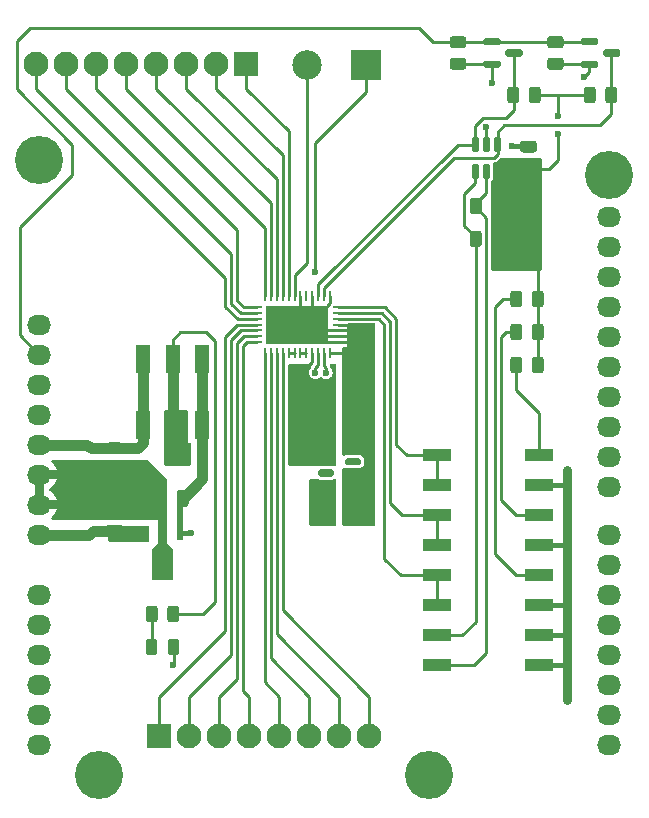
<source format=gtl>
G04 #@! TF.GenerationSoftware,KiCad,Pcbnew,6.0.2+dfsg-1*
G04 #@! TF.CreationDate,2024-05-29T15:52:29-06:00*
G04 #@! TF.ProjectId,ard-ltc2499,6172642d-6c74-4633-9234-39392e6b6963,rev?*
G04 #@! TF.SameCoordinates,Original*
G04 #@! TF.FileFunction,Copper,L1,Top*
G04 #@! TF.FilePolarity,Positive*
%FSLAX46Y46*%
G04 Gerber Fmt 4.6, Leading zero omitted, Abs format (unit mm)*
G04 Created by KiCad (PCBNEW 6.0.2+dfsg-1) date 2024-05-29 15:52:29*
%MOMM*%
%LPD*%
G01*
G04 APERTURE LIST*
G04 #@! TA.AperFunction,ComponentPad*
%ADD10O,2.032000X1.727200*%
G04 #@! TD*
G04 #@! TA.AperFunction,ComponentPad*
%ADD11C,4.064000*%
G04 #@! TD*
G04 #@! TA.AperFunction,SMDPad,CuDef*
%ADD12R,1.193800X2.489200*%
G04 #@! TD*
G04 #@! TA.AperFunction,SMDPad,CuDef*
%ADD13R,0.249200X0.804800*%
G04 #@! TD*
G04 #@! TA.AperFunction,SMDPad,CuDef*
%ADD14R,0.804800X0.249200*%
G04 #@! TD*
G04 #@! TA.AperFunction,SMDPad,CuDef*
%ADD15R,5.250000X3.250001*%
G04 #@! TD*
G04 #@! TA.AperFunction,ComponentPad*
%ADD16R,2.500000X2.500000*%
G04 #@! TD*
G04 #@! TA.AperFunction,ComponentPad*
%ADD17C,2.500000*%
G04 #@! TD*
G04 #@! TA.AperFunction,SMDPad,CuDef*
%ADD18R,2.440000X1.120000*%
G04 #@! TD*
G04 #@! TA.AperFunction,ComponentPad*
%ADD19R,2.100000X2.100000*%
G04 #@! TD*
G04 #@! TA.AperFunction,ComponentPad*
%ADD20C,2.100000*%
G04 #@! TD*
G04 #@! TA.AperFunction,SMDPad,CuDef*
%ADD21R,0.550000X1.300000*%
G04 #@! TD*
G04 #@! TA.AperFunction,ViaPad*
%ADD22C,0.600000*%
G04 #@! TD*
G04 #@! TA.AperFunction,Conductor*
%ADD23C,0.250000*%
G04 #@! TD*
G04 #@! TA.AperFunction,Conductor*
%ADD24C,0.889000*%
G04 #@! TD*
G04 #@! TA.AperFunction,Conductor*
%ADD25C,0.381000*%
G04 #@! TD*
G04 #@! TA.AperFunction,Conductor*
%ADD26C,0.762000*%
G04 #@! TD*
G04 #@! TA.AperFunction,Conductor*
%ADD27C,0.254000*%
G04 #@! TD*
G04 #@! TA.AperFunction,Conductor*
%ADD28C,0.508000*%
G04 #@! TD*
G04 APERTURE END LIST*
D10*
X122174000Y-92075000D03*
X122174000Y-94615000D03*
X122174000Y-97155000D03*
X122174000Y-99695000D03*
X122174000Y-102235000D03*
X122174000Y-104775000D03*
X122174000Y-107315000D03*
X122174000Y-109855000D03*
X122174000Y-114935000D03*
X122174000Y-117475000D03*
X122174000Y-120015000D03*
X122174000Y-122555000D03*
X122174000Y-125095000D03*
X122174000Y-127635000D03*
X170434000Y-82931000D03*
X170434000Y-85471000D03*
X170434000Y-88011000D03*
X170434000Y-90551000D03*
X170434000Y-93091000D03*
X170434000Y-95631000D03*
X170434000Y-98171000D03*
X170434000Y-100711000D03*
X170434000Y-103251000D03*
X170434000Y-105791000D03*
X170434000Y-109855000D03*
X170434000Y-112395000D03*
X170434000Y-114935000D03*
X170434000Y-117475000D03*
X170434000Y-120015000D03*
X170434000Y-122555000D03*
X170434000Y-125095000D03*
X170434000Y-127635000D03*
D11*
X122174000Y-78105000D03*
X127254000Y-130175000D03*
X170434000Y-79375000D03*
X155194000Y-130175000D03*
D12*
X130977000Y-100545900D03*
X133477000Y-100545900D03*
X135977000Y-100545900D03*
X130977000Y-95034100D03*
X133477000Y-95034100D03*
X135977000Y-95034100D03*
G04 #@! TA.AperFunction,SMDPad,CuDef*
G36*
G01*
X158595000Y-82486500D02*
X158595000Y-81586500D01*
G75*
G02*
X158845000Y-81336500I250000J0D01*
G01*
X159370000Y-81336500D01*
G75*
G02*
X159620000Y-81586500I0J-250000D01*
G01*
X159620000Y-82486500D01*
G75*
G02*
X159370000Y-82736500I-250000J0D01*
G01*
X158845000Y-82736500D01*
G75*
G02*
X158595000Y-82486500I0J250000D01*
G01*
G37*
G04 #@! TD.AperFunction*
G04 #@! TA.AperFunction,SMDPad,CuDef*
G36*
G01*
X160420000Y-82486500D02*
X160420000Y-81586500D01*
G75*
G02*
X160670000Y-81336500I250000J0D01*
G01*
X161195000Y-81336500D01*
G75*
G02*
X161445000Y-81586500I0J-250000D01*
G01*
X161445000Y-82486500D01*
G75*
G02*
X161195000Y-82736500I-250000J0D01*
G01*
X160670000Y-82736500D01*
G75*
G02*
X160420000Y-82486500I0J250000D01*
G01*
G37*
G04 #@! TD.AperFunction*
G04 #@! TA.AperFunction,SMDPad,CuDef*
G36*
G01*
X166312000Y-70513000D02*
X165412000Y-70513000D01*
G75*
G02*
X165162000Y-70263000I0J250000D01*
G01*
X165162000Y-69738000D01*
G75*
G02*
X165412000Y-69488000I250000J0D01*
G01*
X166312000Y-69488000D01*
G75*
G02*
X166562000Y-69738000I0J-250000D01*
G01*
X166562000Y-70263000D01*
G75*
G02*
X166312000Y-70513000I-250000J0D01*
G01*
G37*
G04 #@! TD.AperFunction*
G04 #@! TA.AperFunction,SMDPad,CuDef*
G36*
G01*
X166312000Y-68688000D02*
X165412000Y-68688000D01*
G75*
G02*
X165162000Y-68438000I0J250000D01*
G01*
X165162000Y-67913000D01*
G75*
G02*
X165412000Y-67663000I250000J0D01*
G01*
X166312000Y-67663000D01*
G75*
G02*
X166562000Y-67913000I0J-250000D01*
G01*
X166562000Y-68438000D01*
G75*
G02*
X166312000Y-68688000I-250000J0D01*
G01*
G37*
G04 #@! TD.AperFunction*
G04 #@! TA.AperFunction,SMDPad,CuDef*
G36*
G01*
X160820000Y-76172500D02*
X161120000Y-76172500D01*
G75*
G02*
X161270000Y-76322500I0J-150000D01*
G01*
X161270000Y-77347500D01*
G75*
G02*
X161120000Y-77497500I-150000J0D01*
G01*
X160820000Y-77497500D01*
G75*
G02*
X160670000Y-77347500I0J150000D01*
G01*
X160670000Y-76322500D01*
G75*
G02*
X160820000Y-76172500I150000J0D01*
G01*
G37*
G04 #@! TD.AperFunction*
G04 #@! TA.AperFunction,SMDPad,CuDef*
G36*
G01*
X159870000Y-76172500D02*
X160170000Y-76172500D01*
G75*
G02*
X160320000Y-76322500I0J-150000D01*
G01*
X160320000Y-77347500D01*
G75*
G02*
X160170000Y-77497500I-150000J0D01*
G01*
X159870000Y-77497500D01*
G75*
G02*
X159720000Y-77347500I0J150000D01*
G01*
X159720000Y-76322500D01*
G75*
G02*
X159870000Y-76172500I150000J0D01*
G01*
G37*
G04 #@! TD.AperFunction*
G04 #@! TA.AperFunction,SMDPad,CuDef*
G36*
G01*
X158920000Y-76172500D02*
X159220000Y-76172500D01*
G75*
G02*
X159370000Y-76322500I0J-150000D01*
G01*
X159370000Y-77347500D01*
G75*
G02*
X159220000Y-77497500I-150000J0D01*
G01*
X158920000Y-77497500D01*
G75*
G02*
X158770000Y-77347500I0J150000D01*
G01*
X158770000Y-76322500D01*
G75*
G02*
X158920000Y-76172500I150000J0D01*
G01*
G37*
G04 #@! TD.AperFunction*
G04 #@! TA.AperFunction,SMDPad,CuDef*
G36*
G01*
X158920000Y-78447500D02*
X159220000Y-78447500D01*
G75*
G02*
X159370000Y-78597500I0J-150000D01*
G01*
X159370000Y-79622500D01*
G75*
G02*
X159220000Y-79772500I-150000J0D01*
G01*
X158920000Y-79772500D01*
G75*
G02*
X158770000Y-79622500I0J150000D01*
G01*
X158770000Y-78597500D01*
G75*
G02*
X158920000Y-78447500I150000J0D01*
G01*
G37*
G04 #@! TD.AperFunction*
G04 #@! TA.AperFunction,SMDPad,CuDef*
G36*
G01*
X159870000Y-78447500D02*
X160170000Y-78447500D01*
G75*
G02*
X160320000Y-78597500I0J-150000D01*
G01*
X160320000Y-79622500D01*
G75*
G02*
X160170000Y-79772500I-150000J0D01*
G01*
X159870000Y-79772500D01*
G75*
G02*
X159720000Y-79622500I0J150000D01*
G01*
X159720000Y-78597500D01*
G75*
G02*
X159870000Y-78447500I150000J0D01*
G01*
G37*
G04 #@! TD.AperFunction*
G04 #@! TA.AperFunction,SMDPad,CuDef*
G36*
G01*
X160820000Y-78447500D02*
X161120000Y-78447500D01*
G75*
G02*
X161270000Y-78597500I0J-150000D01*
G01*
X161270000Y-79622500D01*
G75*
G02*
X161120000Y-79772500I-150000J0D01*
G01*
X160820000Y-79772500D01*
G75*
G02*
X160670000Y-79622500I0J150000D01*
G01*
X160670000Y-78597500D01*
G75*
G02*
X160820000Y-78447500I150000J0D01*
G01*
G37*
G04 #@! TD.AperFunction*
G04 #@! TA.AperFunction,SMDPad,CuDef*
G36*
G01*
X161770000Y-73094000D02*
X161770000Y-72194000D01*
G75*
G02*
X162020000Y-71944000I250000J0D01*
G01*
X162545000Y-71944000D01*
G75*
G02*
X162795000Y-72194000I0J-250000D01*
G01*
X162795000Y-73094000D01*
G75*
G02*
X162545000Y-73344000I-250000J0D01*
G01*
X162020000Y-73344000D01*
G75*
G02*
X161770000Y-73094000I0J250000D01*
G01*
G37*
G04 #@! TD.AperFunction*
G04 #@! TA.AperFunction,SMDPad,CuDef*
G36*
G01*
X163595000Y-73094000D02*
X163595000Y-72194000D01*
G75*
G02*
X163845000Y-71944000I250000J0D01*
G01*
X164370000Y-71944000D01*
G75*
G02*
X164620000Y-72194000I0J-250000D01*
G01*
X164620000Y-73094000D01*
G75*
G02*
X164370000Y-73344000I-250000J0D01*
G01*
X163845000Y-73344000D01*
G75*
G02*
X163595000Y-73094000I0J250000D01*
G01*
G37*
G04 #@! TD.AperFunction*
D13*
X146768000Y-89622600D03*
X146268001Y-89622600D03*
X145767999Y-89622600D03*
X145268000Y-89622600D03*
X144768001Y-89622600D03*
X144268000Y-89622600D03*
X143768000Y-89622600D03*
X143267999Y-89622600D03*
X142768000Y-89622600D03*
X142268001Y-89622600D03*
X141767999Y-89622600D03*
X141268000Y-89622600D03*
D14*
X140565599Y-90575000D03*
X140565599Y-91074999D03*
X140565599Y-91575001D03*
X140565599Y-92075000D03*
X140565599Y-92574999D03*
X140565599Y-93075001D03*
X140565599Y-93575000D03*
D13*
X141268000Y-94527400D03*
X141767999Y-94527400D03*
X142268001Y-94527400D03*
X142768000Y-94527400D03*
X143267999Y-94527400D03*
X143768000Y-94527400D03*
X144268000Y-94527400D03*
X144768001Y-94527400D03*
X145268000Y-94527400D03*
X145767999Y-94527400D03*
X146268001Y-94527400D03*
X146768000Y-94527400D03*
D14*
X147470401Y-93575000D03*
X147470401Y-93075001D03*
X147470401Y-92574999D03*
X147470401Y-92075000D03*
X147470401Y-91575001D03*
X147470401Y-91074999D03*
X147470401Y-90575000D03*
D15*
X144018000Y-92075000D03*
G04 #@! TA.AperFunction,SMDPad,CuDef*
G36*
G01*
X146124000Y-108552000D02*
X146124000Y-107602000D01*
G75*
G02*
X146374000Y-107352000I250000J0D01*
G01*
X146874000Y-107352000D01*
G75*
G02*
X147124000Y-107602000I0J-250000D01*
G01*
X147124000Y-108552000D01*
G75*
G02*
X146874000Y-108802000I-250000J0D01*
G01*
X146374000Y-108802000D01*
G75*
G02*
X146124000Y-108552000I0J250000D01*
G01*
G37*
G04 #@! TD.AperFunction*
G04 #@! TA.AperFunction,SMDPad,CuDef*
G36*
G01*
X148024000Y-108552000D02*
X148024000Y-107602000D01*
G75*
G02*
X148274000Y-107352000I250000J0D01*
G01*
X148774000Y-107352000D01*
G75*
G02*
X149024000Y-107602000I0J-250000D01*
G01*
X149024000Y-108552000D01*
G75*
G02*
X148774000Y-108802000I-250000J0D01*
G01*
X148274000Y-108802000D01*
G75*
G02*
X148024000Y-108552000I0J250000D01*
G01*
G37*
G04 #@! TD.AperFunction*
G04 #@! TA.AperFunction,SMDPad,CuDef*
G36*
G01*
X159742000Y-68288000D02*
X159742000Y-67988000D01*
G75*
G02*
X159892000Y-67838000I150000J0D01*
G01*
X161067000Y-67838000D01*
G75*
G02*
X161217000Y-67988000I0J-150000D01*
G01*
X161217000Y-68288000D01*
G75*
G02*
X161067000Y-68438000I-150000J0D01*
G01*
X159892000Y-68438000D01*
G75*
G02*
X159742000Y-68288000I0J150000D01*
G01*
G37*
G04 #@! TD.AperFunction*
G04 #@! TA.AperFunction,SMDPad,CuDef*
G36*
G01*
X159742000Y-70188000D02*
X159742000Y-69888000D01*
G75*
G02*
X159892000Y-69738000I150000J0D01*
G01*
X161067000Y-69738000D01*
G75*
G02*
X161217000Y-69888000I0J-150000D01*
G01*
X161217000Y-70188000D01*
G75*
G02*
X161067000Y-70338000I-150000J0D01*
G01*
X159892000Y-70338000D01*
G75*
G02*
X159742000Y-70188000I0J150000D01*
G01*
G37*
G04 #@! TD.AperFunction*
G04 #@! TA.AperFunction,SMDPad,CuDef*
G36*
G01*
X161617000Y-69238000D02*
X161617000Y-68938000D01*
G75*
G02*
X161767000Y-68788000I150000J0D01*
G01*
X162942000Y-68788000D01*
G75*
G02*
X163092000Y-68938000I0J-150000D01*
G01*
X163092000Y-69238000D01*
G75*
G02*
X162942000Y-69388000I-150000J0D01*
G01*
X161767000Y-69388000D01*
G75*
G02*
X161617000Y-69238000I0J150000D01*
G01*
G37*
G04 #@! TD.AperFunction*
G04 #@! TA.AperFunction,SMDPad,CuDef*
G36*
G01*
X164051000Y-79422500D02*
X163101000Y-79422500D01*
G75*
G02*
X162851000Y-79172500I0J250000D01*
G01*
X162851000Y-78672500D01*
G75*
G02*
X163101000Y-78422500I250000J0D01*
G01*
X164051000Y-78422500D01*
G75*
G02*
X164301000Y-78672500I0J-250000D01*
G01*
X164301000Y-79172500D01*
G75*
G02*
X164051000Y-79422500I-250000J0D01*
G01*
G37*
G04 #@! TD.AperFunction*
G04 #@! TA.AperFunction,SMDPad,CuDef*
G36*
G01*
X164051000Y-77522500D02*
X163101000Y-77522500D01*
G75*
G02*
X162851000Y-77272500I0J250000D01*
G01*
X162851000Y-76772500D01*
G75*
G02*
X163101000Y-76522500I250000J0D01*
G01*
X164051000Y-76522500D01*
G75*
G02*
X164301000Y-76772500I0J-250000D01*
G01*
X164301000Y-77272500D01*
G75*
G02*
X164051000Y-77522500I-250000J0D01*
G01*
G37*
G04 #@! TD.AperFunction*
D16*
X149819995Y-70104000D03*
D17*
X144819995Y-70104000D03*
G04 #@! TA.AperFunction,SMDPad,CuDef*
G36*
G01*
X158595000Y-85280500D02*
X158595000Y-84380500D01*
G75*
G02*
X158845000Y-84130500I250000J0D01*
G01*
X159370000Y-84130500D01*
G75*
G02*
X159620000Y-84380500I0J-250000D01*
G01*
X159620000Y-85280500D01*
G75*
G02*
X159370000Y-85530500I-250000J0D01*
G01*
X158845000Y-85530500D01*
G75*
G02*
X158595000Y-85280500I0J250000D01*
G01*
G37*
G04 #@! TD.AperFunction*
G04 #@! TA.AperFunction,SMDPad,CuDef*
G36*
G01*
X160420000Y-85280500D02*
X160420000Y-84380500D01*
G75*
G02*
X160670000Y-84130500I250000J0D01*
G01*
X161195000Y-84130500D01*
G75*
G02*
X161445000Y-84380500I0J-250000D01*
G01*
X161445000Y-85280500D01*
G75*
G02*
X161195000Y-85530500I-250000J0D01*
G01*
X160670000Y-85530500D01*
G75*
G02*
X160420000Y-85280500I0J250000D01*
G01*
G37*
G04 #@! TD.AperFunction*
G04 #@! TA.AperFunction,SMDPad,CuDef*
G36*
G01*
X158057000Y-70513000D02*
X157157000Y-70513000D01*
G75*
G02*
X156907000Y-70263000I0J250000D01*
G01*
X156907000Y-69738000D01*
G75*
G02*
X157157000Y-69488000I250000J0D01*
G01*
X158057000Y-69488000D01*
G75*
G02*
X158307000Y-69738000I0J-250000D01*
G01*
X158307000Y-70263000D01*
G75*
G02*
X158057000Y-70513000I-250000J0D01*
G01*
G37*
G04 #@! TD.AperFunction*
G04 #@! TA.AperFunction,SMDPad,CuDef*
G36*
G01*
X158057000Y-68688000D02*
X157157000Y-68688000D01*
G75*
G02*
X156907000Y-68438000I0J250000D01*
G01*
X156907000Y-67913000D01*
G75*
G02*
X157157000Y-67663000I250000J0D01*
G01*
X158057000Y-67663000D01*
G75*
G02*
X158307000Y-67913000I0J-250000D01*
G01*
X158307000Y-68438000D01*
G75*
G02*
X158057000Y-68688000I-250000J0D01*
G01*
G37*
G04 #@! TD.AperFunction*
G04 #@! TA.AperFunction,SMDPad,CuDef*
G36*
G01*
X128999000Y-110035000D02*
X128049000Y-110035000D01*
G75*
G02*
X127799000Y-109785000I0J250000D01*
G01*
X127799000Y-109285000D01*
G75*
G02*
X128049000Y-109035000I250000J0D01*
G01*
X128999000Y-109035000D01*
G75*
G02*
X129249000Y-109285000I0J-250000D01*
G01*
X129249000Y-109785000D01*
G75*
G02*
X128999000Y-110035000I-250000J0D01*
G01*
G37*
G04 #@! TD.AperFunction*
G04 #@! TA.AperFunction,SMDPad,CuDef*
G36*
G01*
X128999000Y-108135000D02*
X128049000Y-108135000D01*
G75*
G02*
X127799000Y-107885000I0J250000D01*
G01*
X127799000Y-107385000D01*
G75*
G02*
X128049000Y-107135000I250000J0D01*
G01*
X128999000Y-107135000D01*
G75*
G02*
X129249000Y-107385000I0J-250000D01*
G01*
X129249000Y-107885000D01*
G75*
G02*
X128999000Y-108135000I-250000J0D01*
G01*
G37*
G04 #@! TD.AperFunction*
D18*
X155842000Y-103124000D03*
X155842000Y-105664000D03*
X155842000Y-108204000D03*
X155842000Y-110744000D03*
X155842000Y-113284000D03*
X155842000Y-115824000D03*
X155842000Y-118364000D03*
X155842000Y-120904000D03*
X164452000Y-120904000D03*
X164452000Y-118364000D03*
X164452000Y-115824000D03*
X164452000Y-113284000D03*
X164452000Y-110744000D03*
X164452000Y-108204000D03*
X164452000Y-105664000D03*
X164452000Y-103124000D03*
D19*
X139700000Y-69977000D03*
D20*
X137160000Y-69977000D03*
X134620000Y-69977000D03*
X132080000Y-69977000D03*
X129540000Y-69977000D03*
X127000000Y-69977000D03*
X124460000Y-69977000D03*
X121920000Y-69977000D03*
D21*
X134088000Y-109767500D03*
G04 #@! TA.AperFunction,SMDPad,CuDef*
G36*
X131663000Y-113717500D02*
G01*
X131663000Y-111117500D01*
X132188000Y-110592500D01*
X132188000Y-109117500D01*
X132988000Y-109117500D01*
X132988000Y-110592500D01*
X133513000Y-111117500D01*
X133513000Y-113717500D01*
X131663000Y-113717500D01*
G37*
G04 #@! TD.AperFunction*
X131088000Y-109767500D03*
G04 #@! TA.AperFunction,SMDPad,CuDef*
G36*
G01*
X162024000Y-90366000D02*
X162024000Y-89466000D01*
G75*
G02*
X162274000Y-89216000I250000J0D01*
G01*
X162799000Y-89216000D01*
G75*
G02*
X163049000Y-89466000I0J-250000D01*
G01*
X163049000Y-90366000D01*
G75*
G02*
X162799000Y-90616000I-250000J0D01*
G01*
X162274000Y-90616000D01*
G75*
G02*
X162024000Y-90366000I0J250000D01*
G01*
G37*
G04 #@! TD.AperFunction*
G04 #@! TA.AperFunction,SMDPad,CuDef*
G36*
G01*
X163849000Y-90366000D02*
X163849000Y-89466000D01*
G75*
G02*
X164099000Y-89216000I250000J0D01*
G01*
X164624000Y-89216000D01*
G75*
G02*
X164874000Y-89466000I0J-250000D01*
G01*
X164874000Y-90366000D01*
G75*
G02*
X164624000Y-90616000I-250000J0D01*
G01*
X164099000Y-90616000D01*
G75*
G02*
X163849000Y-90366000I0J250000D01*
G01*
G37*
G04 #@! TD.AperFunction*
G04 #@! TA.AperFunction,SMDPad,CuDef*
G36*
G01*
X134013000Y-118923750D02*
X134013000Y-119836250D01*
G75*
G02*
X133769250Y-120080000I-243750J0D01*
G01*
X133281750Y-120080000D01*
G75*
G02*
X133038000Y-119836250I0J243750D01*
G01*
X133038000Y-118923750D01*
G75*
G02*
X133281750Y-118680000I243750J0D01*
G01*
X133769250Y-118680000D01*
G75*
G02*
X134013000Y-118923750I0J-243750D01*
G01*
G37*
G04 #@! TD.AperFunction*
G04 #@! TA.AperFunction,SMDPad,CuDef*
G36*
G01*
X132138000Y-118923750D02*
X132138000Y-119836250D01*
G75*
G02*
X131894250Y-120080000I-243750J0D01*
G01*
X131406750Y-120080000D01*
G75*
G02*
X131163000Y-119836250I0J243750D01*
G01*
X131163000Y-118923750D01*
G75*
G02*
X131406750Y-118680000I243750J0D01*
G01*
X131894250Y-118680000D01*
G75*
G02*
X132138000Y-118923750I0J-243750D01*
G01*
G37*
G04 #@! TD.AperFunction*
G04 #@! TA.AperFunction,SMDPad,CuDef*
G36*
G01*
X149374000Y-105448000D02*
X149374000Y-105748000D01*
G75*
G02*
X149224000Y-105898000I-150000J0D01*
G01*
X148199000Y-105898000D01*
G75*
G02*
X148049000Y-105748000I0J150000D01*
G01*
X148049000Y-105448000D01*
G75*
G02*
X148199000Y-105298000I150000J0D01*
G01*
X149224000Y-105298000D01*
G75*
G02*
X149374000Y-105448000I0J-150000D01*
G01*
G37*
G04 #@! TD.AperFunction*
G04 #@! TA.AperFunction,SMDPad,CuDef*
G36*
G01*
X149374000Y-104498000D02*
X149374000Y-104798000D01*
G75*
G02*
X149224000Y-104948000I-150000J0D01*
G01*
X148199000Y-104948000D01*
G75*
G02*
X148049000Y-104798000I0J150000D01*
G01*
X148049000Y-104498000D01*
G75*
G02*
X148199000Y-104348000I150000J0D01*
G01*
X149224000Y-104348000D01*
G75*
G02*
X149374000Y-104498000I0J-150000D01*
G01*
G37*
G04 #@! TD.AperFunction*
G04 #@! TA.AperFunction,SMDPad,CuDef*
G36*
G01*
X149374000Y-103548000D02*
X149374000Y-103848000D01*
G75*
G02*
X149224000Y-103998000I-150000J0D01*
G01*
X148199000Y-103998000D01*
G75*
G02*
X148049000Y-103848000I0J150000D01*
G01*
X148049000Y-103548000D01*
G75*
G02*
X148199000Y-103398000I150000J0D01*
G01*
X149224000Y-103398000D01*
G75*
G02*
X149374000Y-103548000I0J-150000D01*
G01*
G37*
G04 #@! TD.AperFunction*
G04 #@! TA.AperFunction,SMDPad,CuDef*
G36*
G01*
X147099000Y-103548000D02*
X147099000Y-103848000D01*
G75*
G02*
X146949000Y-103998000I-150000J0D01*
G01*
X145924000Y-103998000D01*
G75*
G02*
X145774000Y-103848000I0J150000D01*
G01*
X145774000Y-103548000D01*
G75*
G02*
X145924000Y-103398000I150000J0D01*
G01*
X146949000Y-103398000D01*
G75*
G02*
X147099000Y-103548000I0J-150000D01*
G01*
G37*
G04 #@! TD.AperFunction*
G04 #@! TA.AperFunction,SMDPad,CuDef*
G36*
G01*
X147099000Y-104498000D02*
X147099000Y-104798000D01*
G75*
G02*
X146949000Y-104948000I-150000J0D01*
G01*
X145924000Y-104948000D01*
G75*
G02*
X145774000Y-104798000I0J150000D01*
G01*
X145774000Y-104498000D01*
G75*
G02*
X145924000Y-104348000I150000J0D01*
G01*
X146949000Y-104348000D01*
G75*
G02*
X147099000Y-104498000I0J-150000D01*
G01*
G37*
G04 #@! TD.AperFunction*
G04 #@! TA.AperFunction,SMDPad,CuDef*
G36*
G01*
X147099000Y-105448000D02*
X147099000Y-105748000D01*
G75*
G02*
X146949000Y-105898000I-150000J0D01*
G01*
X145924000Y-105898000D01*
G75*
G02*
X145774000Y-105748000I0J150000D01*
G01*
X145774000Y-105448000D01*
G75*
G02*
X145924000Y-105298000I150000J0D01*
G01*
X146949000Y-105298000D01*
G75*
G02*
X147099000Y-105448000I0J-150000D01*
G01*
G37*
G04 #@! TD.AperFunction*
G04 #@! TA.AperFunction,SMDPad,CuDef*
G36*
G01*
X131163000Y-117036000D02*
X131163000Y-116136000D01*
G75*
G02*
X131413000Y-115886000I250000J0D01*
G01*
X131938000Y-115886000D01*
G75*
G02*
X132188000Y-116136000I0J-250000D01*
G01*
X132188000Y-117036000D01*
G75*
G02*
X131938000Y-117286000I-250000J0D01*
G01*
X131413000Y-117286000D01*
G75*
G02*
X131163000Y-117036000I0J250000D01*
G01*
G37*
G04 #@! TD.AperFunction*
G04 #@! TA.AperFunction,SMDPad,CuDef*
G36*
G01*
X132988000Y-117036000D02*
X132988000Y-116136000D01*
G75*
G02*
X133238000Y-115886000I250000J0D01*
G01*
X133763000Y-115886000D01*
G75*
G02*
X134013000Y-116136000I0J-250000D01*
G01*
X134013000Y-117036000D01*
G75*
G02*
X133763000Y-117286000I-250000J0D01*
G01*
X133238000Y-117286000D01*
G75*
G02*
X132988000Y-117036000I0J250000D01*
G01*
G37*
G04 #@! TD.AperFunction*
G04 #@! TA.AperFunction,SMDPad,CuDef*
G36*
G01*
X162024000Y-95954000D02*
X162024000Y-95054000D01*
G75*
G02*
X162274000Y-94804000I250000J0D01*
G01*
X162799000Y-94804000D01*
G75*
G02*
X163049000Y-95054000I0J-250000D01*
G01*
X163049000Y-95954000D01*
G75*
G02*
X162799000Y-96204000I-250000J0D01*
G01*
X162274000Y-96204000D01*
G75*
G02*
X162024000Y-95954000I0J250000D01*
G01*
G37*
G04 #@! TD.AperFunction*
G04 #@! TA.AperFunction,SMDPad,CuDef*
G36*
G01*
X163849000Y-95954000D02*
X163849000Y-95054000D01*
G75*
G02*
X164099000Y-94804000I250000J0D01*
G01*
X164624000Y-94804000D01*
G75*
G02*
X164874000Y-95054000I0J-250000D01*
G01*
X164874000Y-95954000D01*
G75*
G02*
X164624000Y-96204000I-250000J0D01*
G01*
X164099000Y-96204000D01*
G75*
G02*
X163849000Y-95954000I0J250000D01*
G01*
G37*
G04 #@! TD.AperFunction*
G04 #@! TA.AperFunction,SMDPad,CuDef*
G36*
G01*
X167997000Y-68288000D02*
X167997000Y-67988000D01*
G75*
G02*
X168147000Y-67838000I150000J0D01*
G01*
X169322000Y-67838000D01*
G75*
G02*
X169472000Y-67988000I0J-150000D01*
G01*
X169472000Y-68288000D01*
G75*
G02*
X169322000Y-68438000I-150000J0D01*
G01*
X168147000Y-68438000D01*
G75*
G02*
X167997000Y-68288000I0J150000D01*
G01*
G37*
G04 #@! TD.AperFunction*
G04 #@! TA.AperFunction,SMDPad,CuDef*
G36*
G01*
X167997000Y-70188000D02*
X167997000Y-69888000D01*
G75*
G02*
X168147000Y-69738000I150000J0D01*
G01*
X169322000Y-69738000D01*
G75*
G02*
X169472000Y-69888000I0J-150000D01*
G01*
X169472000Y-70188000D01*
G75*
G02*
X169322000Y-70338000I-150000J0D01*
G01*
X168147000Y-70338000D01*
G75*
G02*
X167997000Y-70188000I0J150000D01*
G01*
G37*
G04 #@! TD.AperFunction*
G04 #@! TA.AperFunction,SMDPad,CuDef*
G36*
G01*
X169872000Y-69238000D02*
X169872000Y-68938000D01*
G75*
G02*
X170022000Y-68788000I150000J0D01*
G01*
X171197000Y-68788000D01*
G75*
G02*
X171347000Y-68938000I0J-150000D01*
G01*
X171347000Y-69238000D01*
G75*
G02*
X171197000Y-69388000I-150000J0D01*
G01*
X170022000Y-69388000D01*
G75*
G02*
X169872000Y-69238000I0J150000D01*
G01*
G37*
G04 #@! TD.AperFunction*
D19*
X132334000Y-126873000D03*
D20*
X134874000Y-126873000D03*
X137414000Y-126873000D03*
X139954000Y-126873000D03*
X142494000Y-126873000D03*
X145034000Y-126873000D03*
X147574000Y-126873000D03*
X150114000Y-126873000D03*
G04 #@! TA.AperFunction,SMDPad,CuDef*
G36*
G01*
X145651000Y-98723000D02*
X145651000Y-97873000D01*
G75*
G02*
X145901000Y-97623000I250000J0D01*
G01*
X146801000Y-97623000D01*
G75*
G02*
X147051000Y-97873000I0J-250000D01*
G01*
X147051000Y-98723000D01*
G75*
G02*
X146801000Y-98973000I-250000J0D01*
G01*
X145901000Y-98973000D01*
G75*
G02*
X145651000Y-98723000I0J250000D01*
G01*
G37*
G04 #@! TD.AperFunction*
G04 #@! TA.AperFunction,SMDPad,CuDef*
G36*
G01*
X148351000Y-98723000D02*
X148351000Y-97873000D01*
G75*
G02*
X148601000Y-97623000I250000J0D01*
G01*
X149501000Y-97623000D01*
G75*
G02*
X149751000Y-97873000I0J-250000D01*
G01*
X149751000Y-98723000D01*
G75*
G02*
X149501000Y-98973000I-250000J0D01*
G01*
X148601000Y-98973000D01*
G75*
G02*
X148351000Y-98723000I0J250000D01*
G01*
G37*
G04 #@! TD.AperFunction*
G04 #@! TA.AperFunction,SMDPad,CuDef*
G36*
G01*
X171097000Y-72194000D02*
X171097000Y-73094000D01*
G75*
G02*
X170847000Y-73344000I-250000J0D01*
G01*
X170322000Y-73344000D01*
G75*
G02*
X170072000Y-73094000I0J250000D01*
G01*
X170072000Y-72194000D01*
G75*
G02*
X170322000Y-71944000I250000J0D01*
G01*
X170847000Y-71944000D01*
G75*
G02*
X171097000Y-72194000I0J-250000D01*
G01*
G37*
G04 #@! TD.AperFunction*
G04 #@! TA.AperFunction,SMDPad,CuDef*
G36*
G01*
X169272000Y-72194000D02*
X169272000Y-73094000D01*
G75*
G02*
X169022000Y-73344000I-250000J0D01*
G01*
X168497000Y-73344000D01*
G75*
G02*
X168247000Y-73094000I0J250000D01*
G01*
X168247000Y-72194000D01*
G75*
G02*
X168497000Y-71944000I250000J0D01*
G01*
X169022000Y-71944000D01*
G75*
G02*
X169272000Y-72194000I0J-250000D01*
G01*
G37*
G04 #@! TD.AperFunction*
G04 #@! TA.AperFunction,SMDPad,CuDef*
G36*
G01*
X128049000Y-102055000D02*
X128999000Y-102055000D01*
G75*
G02*
X129249000Y-102305000I0J-250000D01*
G01*
X129249000Y-102805000D01*
G75*
G02*
X128999000Y-103055000I-250000J0D01*
G01*
X128049000Y-103055000D01*
G75*
G02*
X127799000Y-102805000I0J250000D01*
G01*
X127799000Y-102305000D01*
G75*
G02*
X128049000Y-102055000I250000J0D01*
G01*
G37*
G04 #@! TD.AperFunction*
G04 #@! TA.AperFunction,SMDPad,CuDef*
G36*
G01*
X128049000Y-103955000D02*
X128999000Y-103955000D01*
G75*
G02*
X129249000Y-104205000I0J-250000D01*
G01*
X129249000Y-104705000D01*
G75*
G02*
X128999000Y-104955000I-250000J0D01*
G01*
X128049000Y-104955000D01*
G75*
G02*
X127799000Y-104705000I0J250000D01*
G01*
X127799000Y-104205000D01*
G75*
G02*
X128049000Y-103955000I250000J0D01*
G01*
G37*
G04 #@! TD.AperFunction*
G04 #@! TA.AperFunction,SMDPad,CuDef*
G36*
G01*
X146124000Y-101821000D02*
X146124000Y-100871000D01*
G75*
G02*
X146374000Y-100621000I250000J0D01*
G01*
X146874000Y-100621000D01*
G75*
G02*
X147124000Y-100871000I0J-250000D01*
G01*
X147124000Y-101821000D01*
G75*
G02*
X146874000Y-102071000I-250000J0D01*
G01*
X146374000Y-102071000D01*
G75*
G02*
X146124000Y-101821000I0J250000D01*
G01*
G37*
G04 #@! TD.AperFunction*
G04 #@! TA.AperFunction,SMDPad,CuDef*
G36*
G01*
X148024000Y-101821000D02*
X148024000Y-100871000D01*
G75*
G02*
X148274000Y-100621000I250000J0D01*
G01*
X148774000Y-100621000D01*
G75*
G02*
X149024000Y-100871000I0J-250000D01*
G01*
X149024000Y-101821000D01*
G75*
G02*
X148774000Y-102071000I-250000J0D01*
G01*
X148274000Y-102071000D01*
G75*
G02*
X148024000Y-101821000I0J250000D01*
G01*
G37*
G04 #@! TD.AperFunction*
G04 #@! TA.AperFunction,SMDPad,CuDef*
G36*
G01*
X134800000Y-106332000D02*
X134800000Y-107282000D01*
G75*
G02*
X134550000Y-107532000I-250000J0D01*
G01*
X134050000Y-107532000D01*
G75*
G02*
X133800000Y-107282000I0J250000D01*
G01*
X133800000Y-106332000D01*
G75*
G02*
X134050000Y-106082000I250000J0D01*
G01*
X134550000Y-106082000D01*
G75*
G02*
X134800000Y-106332000I0J-250000D01*
G01*
G37*
G04 #@! TD.AperFunction*
G04 #@! TA.AperFunction,SMDPad,CuDef*
G36*
G01*
X132900000Y-106332000D02*
X132900000Y-107282000D01*
G75*
G02*
X132650000Y-107532000I-250000J0D01*
G01*
X132150000Y-107532000D01*
G75*
G02*
X131900000Y-107282000I0J250000D01*
G01*
X131900000Y-106332000D01*
G75*
G02*
X132150000Y-106082000I250000J0D01*
G01*
X132650000Y-106082000D01*
G75*
G02*
X132900000Y-106332000I0J-250000D01*
G01*
G37*
G04 #@! TD.AperFunction*
G04 #@! TA.AperFunction,SMDPad,CuDef*
G36*
G01*
X162024000Y-93160000D02*
X162024000Y-92260000D01*
G75*
G02*
X162274000Y-92010000I250000J0D01*
G01*
X162799000Y-92010000D01*
G75*
G02*
X163049000Y-92260000I0J-250000D01*
G01*
X163049000Y-93160000D01*
G75*
G02*
X162799000Y-93410000I-250000J0D01*
G01*
X162274000Y-93410000D01*
G75*
G02*
X162024000Y-93160000I0J250000D01*
G01*
G37*
G04 #@! TD.AperFunction*
G04 #@! TA.AperFunction,SMDPad,CuDef*
G36*
G01*
X163849000Y-93160000D02*
X163849000Y-92260000D01*
G75*
G02*
X164099000Y-92010000I250000J0D01*
G01*
X164624000Y-92010000D01*
G75*
G02*
X164874000Y-92260000I0J-250000D01*
G01*
X164874000Y-93160000D01*
G75*
G02*
X164624000Y-93410000I-250000J0D01*
G01*
X164099000Y-93410000D01*
G75*
G02*
X163849000Y-93160000I0J250000D01*
G01*
G37*
G04 #@! TD.AperFunction*
D22*
X166878000Y-123825000D03*
X150114000Y-103251000D03*
X160020000Y-75311000D03*
X150114000Y-105918000D03*
X150114000Y-104140000D03*
X150114000Y-96901000D03*
X150114000Y-108585000D03*
X150114000Y-96012000D03*
X150114000Y-102362000D03*
X150114000Y-92456000D03*
X166878000Y-104394000D03*
X150114000Y-106807000D03*
X150114000Y-107696000D03*
X162179000Y-76962000D03*
X150114000Y-100203000D03*
X150114000Y-94234000D03*
X150114000Y-93345000D03*
X150114000Y-99314000D03*
X146431000Y-96139000D03*
X148717000Y-106553000D03*
X150114000Y-105029000D03*
X150114000Y-95123000D03*
X133477000Y-120904000D03*
X143764000Y-96139000D03*
X133985000Y-102743000D03*
X143764000Y-103251000D03*
X166116000Y-74422000D03*
X143764000Y-98806000D03*
X133477000Y-96901000D03*
X133477000Y-98679000D03*
X143764000Y-97028000D03*
X143764000Y-102362000D03*
X144526000Y-97917000D03*
X144526000Y-103251000D03*
X144526000Y-96139000D03*
X144526000Y-99695000D03*
X144526000Y-97028000D03*
X134747000Y-103505000D03*
X133223000Y-103505000D03*
X143764000Y-97917000D03*
X144526000Y-102362000D03*
X144526000Y-98806000D03*
X134747000Y-102743000D03*
X133477000Y-97790000D03*
X166116000Y-75946000D03*
X133985000Y-103505000D03*
X133223000Y-102743000D03*
X160909000Y-86995000D03*
X161798000Y-86995000D03*
X143764000Y-99695000D03*
X145796000Y-106553000D03*
X145542000Y-96139000D03*
X145542000Y-87630000D03*
X135026400Y-109728000D03*
X168275000Y-71120000D03*
X160528000Y-71628000D03*
D23*
X124968000Y-76835000D02*
X120269000Y-72136000D01*
X154305000Y-66929000D02*
X155490500Y-68114500D01*
X124968000Y-79375000D02*
X124968000Y-76835000D01*
X120269000Y-68072000D02*
X121412000Y-66929000D01*
X120523000Y-83820000D02*
X124968000Y-79375000D01*
X120269000Y-72136000D02*
X120269000Y-68072000D01*
X155490500Y-68114500D02*
X168734500Y-68114500D01*
X122174000Y-94615000D02*
X120523000Y-92964000D01*
X120523000Y-92964000D02*
X120523000Y-83820000D01*
X121412000Y-66929000D02*
X154305000Y-66929000D01*
D24*
X130977000Y-102068000D02*
X130977000Y-100545900D01*
X128524000Y-102555000D02*
X126558000Y-102555000D01*
X130490000Y-102555000D02*
X130977000Y-102068000D01*
X126558000Y-102555000D02*
X126238000Y-102235000D01*
X126238000Y-102235000D02*
X122174000Y-102235000D01*
X130977000Y-95034100D02*
X130977000Y-100545900D01*
X128524000Y-102555000D02*
X130490000Y-102555000D01*
D25*
X164452000Y-110744000D02*
X166878000Y-110744000D01*
D23*
X146268001Y-94527400D02*
X146268001Y-95595001D01*
D26*
X166878000Y-123825000D02*
X166878000Y-104394000D01*
D27*
X144972000Y-92075000D02*
X144018000Y-92075000D01*
X146768000Y-89622600D02*
X146768000Y-90279000D01*
D23*
X133525500Y-119380000D02*
X133525500Y-120855500D01*
D25*
X164452000Y-115824000D02*
X167005000Y-115824000D01*
D23*
X147470401Y-93575000D02*
X148693000Y-93575000D01*
X147470401Y-92075000D02*
X148717000Y-92075000D01*
D25*
X164452000Y-118364000D02*
X167005000Y-118364000D01*
D27*
X143768000Y-89622600D02*
X143768000Y-87880000D01*
D23*
X145518000Y-93575000D02*
X144018000Y-92075000D01*
D26*
X132588000Y-109855000D02*
X132588000Y-108331000D01*
D23*
X146768000Y-94527400D02*
X148629400Y-94527400D01*
X147470401Y-93075001D02*
X145018001Y-93075001D01*
X145018001Y-93075001D02*
X144018000Y-92075000D01*
X144517999Y-92574999D02*
X144018000Y-92075000D01*
D27*
X160020000Y-76835000D02*
X160020000Y-75311000D01*
D25*
X164452000Y-120904000D02*
X167005000Y-120904000D01*
D27*
X146768000Y-90279000D02*
X144972000Y-92075000D01*
D23*
X133525500Y-120855500D02*
X133477000Y-120904000D01*
X146268001Y-95595001D02*
X146431000Y-95758000D01*
X147470401Y-92574999D02*
X144517999Y-92574999D01*
X146431000Y-95758000D02*
X146431000Y-96139000D01*
D25*
X164452000Y-105664000D02*
X167005000Y-105664000D01*
D23*
X147470401Y-93575000D02*
X145518000Y-93575000D01*
X147470401Y-92574999D02*
X148708999Y-92574999D01*
D25*
X162179000Y-76962000D02*
X163515500Y-76962000D01*
D27*
X143768000Y-87880000D02*
X144819995Y-86828005D01*
D23*
X145268000Y-89622600D02*
X145268000Y-90825000D01*
X147470401Y-93075001D02*
X148701001Y-93075001D01*
D27*
X144819995Y-86828005D02*
X144819995Y-70104000D01*
D23*
X144268000Y-89622600D02*
X144268000Y-91825000D01*
D25*
X163515500Y-76962000D02*
X163576000Y-77022500D01*
D24*
X128524000Y-109535000D02*
X126685000Y-109535000D01*
X126365000Y-109855000D02*
X122174000Y-109855000D01*
X126685000Y-109535000D02*
X126365000Y-109855000D01*
D27*
X165298500Y-78922500D02*
X166116000Y-78105000D01*
D23*
X133477000Y-93345000D02*
X133477000Y-95034100D01*
D27*
X166116000Y-74422000D02*
X166116000Y-72644000D01*
D23*
X133500500Y-116586000D02*
X136017000Y-116586000D01*
D27*
X166116000Y-78105000D02*
X166116000Y-75946000D01*
X164361500Y-95504000D02*
X164361500Y-86637500D01*
D23*
X134112000Y-92710000D02*
X133477000Y-93345000D01*
X145268000Y-94527400D02*
X145268000Y-95270000D01*
X136271000Y-92710000D02*
X134112000Y-92710000D01*
D27*
X163576000Y-78922500D02*
X165298500Y-78922500D01*
D23*
X145268000Y-95270000D02*
X144780000Y-95758000D01*
X136017000Y-116586000D02*
X137033000Y-115570000D01*
D27*
X168759500Y-72644000D02*
X164107500Y-72644000D01*
D23*
X137033000Y-115570000D02*
X137033000Y-93472000D01*
D24*
X133477000Y-95034100D02*
X133477000Y-100545900D01*
D23*
X160970000Y-84793000D02*
X160932500Y-84830500D01*
X137033000Y-93472000D02*
X136271000Y-92710000D01*
D24*
X160909000Y-82060000D02*
X160932500Y-82036500D01*
D23*
X149820000Y-72430000D02*
X149820000Y-70104000D01*
X145767999Y-95532001D02*
X145542000Y-95758000D01*
X145542000Y-95758000D02*
X145542000Y-96139000D01*
X145542000Y-87630000D02*
X145542000Y-76708000D01*
X145767999Y-94527400D02*
X145767999Y-95532001D01*
X145542000Y-76708000D02*
X149820000Y-72430000D01*
D25*
X134127500Y-109728000D02*
X134088000Y-109767500D01*
D28*
X134088000Y-107019000D02*
X134300000Y-106807000D01*
D24*
X135977000Y-95034100D02*
X135977000Y-97703000D01*
X135977000Y-97703000D02*
X135977000Y-100545900D01*
D28*
X134088000Y-109767500D02*
X134088000Y-107019000D01*
D24*
X135977000Y-105130000D02*
X134300000Y-106807000D01*
D25*
X135026400Y-109728000D02*
X134127500Y-109728000D01*
D24*
X135977000Y-100545900D02*
X135977000Y-105130000D01*
D27*
X131675500Y-116586000D02*
X131675500Y-119355000D01*
X131675500Y-119355000D02*
X131650500Y-119380000D01*
X139700000Y-69977000D02*
X139700000Y-72136000D01*
X143267999Y-75703999D02*
X143267999Y-89622600D01*
X139700000Y-72136000D02*
X143267999Y-75703999D01*
X142768000Y-77744000D02*
X142768000Y-89622600D01*
X137160000Y-69977000D02*
X137160000Y-72136000D01*
X137160000Y-72136000D02*
X142768000Y-77744000D01*
X142268001Y-79784001D02*
X142268001Y-89622600D01*
X134620000Y-72136000D02*
X142268001Y-79784001D01*
X134620000Y-69977000D02*
X134620000Y-72136000D01*
X132080000Y-69977000D02*
X132080000Y-72136000D01*
X141767999Y-81823999D02*
X141767999Y-89622600D01*
X132080000Y-72136000D02*
X141767999Y-81823999D01*
X129540000Y-72136000D02*
X141268000Y-83864000D01*
X129540000Y-69977000D02*
X129540000Y-72136000D01*
X141268000Y-83864000D02*
X141268000Y-89622600D01*
X127000000Y-69977000D02*
X127000000Y-72136000D01*
X138938000Y-90043000D02*
X139470000Y-90575000D01*
X127000000Y-72136000D02*
X138938000Y-84074000D01*
X139470000Y-90575000D02*
X140565599Y-90575000D01*
X138938000Y-84074000D02*
X138938000Y-90043000D01*
X139207999Y-91074999D02*
X140565599Y-91074999D01*
X124460000Y-72136000D02*
X138430000Y-86106000D01*
X138430000Y-90297000D02*
X139207999Y-91074999D01*
X124460000Y-69977000D02*
X124460000Y-72136000D01*
X138430000Y-86106000D02*
X138430000Y-90297000D01*
X121920000Y-69977000D02*
X121920000Y-72136000D01*
X137922000Y-90551000D02*
X138946001Y-91575001D01*
X138946001Y-91575001D02*
X140565599Y-91575001D01*
X137922000Y-88138000D02*
X137922000Y-90551000D01*
X121920000Y-72136000D02*
X137922000Y-88138000D01*
D23*
X138938000Y-92075000D02*
X140565599Y-92075000D01*
X132334000Y-123571000D02*
X137922000Y-117983000D01*
X132334000Y-126873000D02*
X132334000Y-123571000D01*
X137922000Y-93091000D02*
X138938000Y-92075000D01*
X137922000Y-117983000D02*
X137922000Y-93091000D01*
X139200001Y-92574999D02*
X140565599Y-92574999D01*
X134874000Y-123571000D02*
X138430000Y-120015000D01*
X134874000Y-126873000D02*
X134874000Y-123571000D01*
X138430000Y-93345000D02*
X139200001Y-92574999D01*
X138430000Y-120015000D02*
X138430000Y-93345000D01*
X138938000Y-93599000D02*
X139461999Y-93075001D01*
X139461999Y-93075001D02*
X140565599Y-93075001D01*
X138938000Y-122047000D02*
X138938000Y-93599000D01*
X137414000Y-123571000D02*
X138938000Y-122047000D01*
X137414000Y-126873000D02*
X137414000Y-123571000D01*
X139954000Y-126873000D02*
X139954000Y-123571000D01*
X139446000Y-93853000D02*
X139724000Y-93575000D01*
X139954000Y-123571000D02*
X139446000Y-123063000D01*
X139446000Y-123063000D02*
X139446000Y-93853000D01*
X139724000Y-93575000D02*
X140565599Y-93575000D01*
X141268000Y-122345000D02*
X141268000Y-94527400D01*
X142494000Y-126873000D02*
X142494000Y-123571000D01*
X142494000Y-123571000D02*
X141268000Y-122345000D01*
X141767999Y-120304999D02*
X141767999Y-94527400D01*
X145034000Y-123571000D02*
X141767999Y-120304999D01*
X145034000Y-126873000D02*
X145034000Y-123571000D01*
X147574000Y-126873000D02*
X147574000Y-123571000D01*
X142268001Y-118265001D02*
X142268001Y-94527400D01*
X147574000Y-123571000D02*
X142268001Y-118265001D01*
X142768000Y-116225000D02*
X142768000Y-94527400D01*
X150114000Y-123571000D02*
X142768000Y-116225000D01*
X150114000Y-126873000D02*
X150114000Y-123571000D01*
X165899500Y-70038000D02*
X165862000Y-70000500D01*
X168734500Y-70660500D02*
X168275000Y-71120000D01*
X168734500Y-70038000D02*
X168734500Y-70660500D01*
X168734500Y-70038000D02*
X165899500Y-70038000D01*
X157644500Y-70038000D02*
X157607000Y-70000500D01*
X160479500Y-70038000D02*
X157644500Y-70038000D01*
X160479500Y-71579500D02*
X160479500Y-70038000D01*
X160528000Y-71628000D02*
X160479500Y-71579500D01*
X170584500Y-69113000D02*
X170609500Y-69088000D01*
X157236578Y-77978000D02*
X146268001Y-88946577D01*
X170584500Y-72644000D02*
X170584500Y-69113000D01*
X170584500Y-72644000D02*
X170584500Y-74271500D01*
X169672000Y-75184000D02*
X161544000Y-75184000D01*
X160655000Y-77978000D02*
X157236578Y-77978000D01*
X170584500Y-74271500D02*
X169672000Y-75184000D01*
X146268001Y-88946577D02*
X146268001Y-89622600D01*
X160970000Y-77663000D02*
X160655000Y-77978000D01*
X160970000Y-75758000D02*
X160970000Y-76835000D01*
X160970000Y-76835000D02*
X160970000Y-77663000D01*
X161544000Y-75184000D02*
X160970000Y-75758000D01*
X162329500Y-73890500D02*
X161671000Y-74549000D01*
X145767999Y-88674001D02*
X157607000Y-76835000D01*
X159766000Y-74549000D02*
X159070000Y-75245000D01*
X161671000Y-74549000D02*
X159766000Y-74549000D01*
X145767999Y-89622600D02*
X145767999Y-88674001D01*
X162329500Y-72644000D02*
X162329500Y-69113000D01*
X162329500Y-72644000D02*
X162329500Y-73890500D01*
X157607000Y-76835000D02*
X159070000Y-76835000D01*
X162329500Y-69113000D02*
X162354500Y-69088000D01*
X159070000Y-75245000D02*
X159070000Y-76835000D01*
D27*
X162536500Y-97639500D02*
X164452000Y-99555000D01*
X164452000Y-99555000D02*
X164452000Y-103124000D01*
X162536500Y-95504000D02*
X162536500Y-97639500D01*
X150884001Y-91575001D02*
X151384000Y-92075000D01*
X151384000Y-111887000D02*
X152781000Y-113284000D01*
X147470401Y-91575001D02*
X150884001Y-91575001D01*
X155842000Y-115824000D02*
X155842000Y-113284000D01*
X151384000Y-92075000D02*
X151384000Y-111887000D01*
X152781000Y-113284000D02*
X155842000Y-113284000D01*
X152908000Y-108204000D02*
X151892000Y-107188000D01*
X155842000Y-108204000D02*
X152908000Y-108204000D01*
X155842000Y-108204000D02*
X155842000Y-110744000D01*
X151892000Y-91821000D02*
X151145999Y-91074999D01*
X151145999Y-91074999D02*
X147470401Y-91074999D01*
X151892000Y-107188000D02*
X151892000Y-91821000D01*
X147470401Y-90575000D02*
X151408000Y-90575000D01*
X152400000Y-91567000D02*
X152400000Y-102235000D01*
X153289000Y-103124000D02*
X155842000Y-103124000D01*
X151408000Y-90575000D02*
X152400000Y-91567000D01*
X152400000Y-102235000D02*
X153289000Y-103124000D01*
X155842000Y-105664000D02*
X155842000Y-103124000D01*
X161290000Y-93091000D02*
X161290000Y-106934000D01*
X162536500Y-92710000D02*
X161671000Y-92710000D01*
X161290000Y-106934000D02*
X162560000Y-108204000D01*
X161671000Y-92710000D02*
X161290000Y-93091000D01*
X162560000Y-108204000D02*
X164452000Y-108204000D01*
X160782000Y-90551000D02*
X160782000Y-111506000D01*
X160782000Y-111506000D02*
X162560000Y-113284000D01*
X161417000Y-89916000D02*
X160782000Y-90551000D01*
X162560000Y-113284000D02*
X164452000Y-113284000D01*
X162536500Y-89916000D02*
X161417000Y-89916000D01*
D23*
X143267999Y-94527400D02*
X143768000Y-94527400D01*
X144268000Y-94527400D02*
X144768001Y-94527400D01*
X160020000Y-79110000D02*
X160020000Y-80899000D01*
X160020000Y-83067000D02*
X160020000Y-119888000D01*
X160020000Y-80899000D02*
X159107500Y-81811500D01*
X159107500Y-82154500D02*
X160020000Y-83067000D01*
X159107500Y-82036500D02*
X159107500Y-82154500D01*
X160020000Y-119888000D02*
X159004000Y-120904000D01*
X159107500Y-81811500D02*
X159107500Y-82036500D01*
X159004000Y-120904000D02*
X155842000Y-120904000D01*
D27*
X159107500Y-117244500D02*
X159107500Y-84830500D01*
D23*
X159107500Y-84685500D02*
X159107500Y-84830500D01*
D27*
X155842000Y-118364000D02*
X157988000Y-118364000D01*
D23*
X158115000Y-81026000D02*
X158115000Y-83693000D01*
X159070000Y-80071000D02*
X158115000Y-81026000D01*
D27*
X157988000Y-118364000D02*
X159107500Y-117244500D01*
D23*
X159070000Y-79110000D02*
X159070000Y-80071000D01*
X158115000Y-83693000D02*
X159107500Y-84685500D01*
G04 #@! TA.AperFunction,Conductor*
G36*
X131333931Y-103525002D02*
G01*
X131354905Y-103541905D01*
X132932095Y-105119095D01*
X132966121Y-105181407D01*
X132969000Y-105208190D01*
X132969000Y-108459000D01*
X132948998Y-108527121D01*
X132895342Y-108573614D01*
X132843000Y-108585000D01*
X123296868Y-108585000D01*
X123228747Y-108564998D01*
X123182254Y-108511342D01*
X123172150Y-108441068D01*
X123201644Y-108376488D01*
X123209897Y-108367830D01*
X123353515Y-108230826D01*
X123360569Y-108222852D01*
X123493144Y-108044664D01*
X123498743Y-108035634D01*
X123599403Y-107837651D01*
X123603403Y-107827800D01*
X123638956Y-107713300D01*
X123639174Y-107699201D01*
X123632443Y-107696000D01*
X121919000Y-107696000D01*
X121850879Y-107675998D01*
X121804386Y-107622342D01*
X121793000Y-107570000D01*
X121793000Y-106915885D01*
X122555000Y-106915885D01*
X122559475Y-106931124D01*
X122560865Y-106932329D01*
X122568548Y-106934000D01*
X123629841Y-106934000D01*
X123643372Y-106930027D01*
X123644744Y-106920483D01*
X123642939Y-106914469D01*
X123561363Y-106707903D01*
X123556629Y-106698366D01*
X123441414Y-106508497D01*
X123435150Y-106499907D01*
X123289589Y-106332163D01*
X123281959Y-106324743D01*
X123110220Y-106183927D01*
X123101458Y-106177905D01*
X123059798Y-106154190D01*
X123010492Y-106103107D01*
X122996631Y-106033476D01*
X123022615Y-105967406D01*
X123051764Y-105940168D01*
X123184531Y-105850785D01*
X123192816Y-105844124D01*
X123353520Y-105690820D01*
X123360569Y-105682852D01*
X123493144Y-105504664D01*
X123498743Y-105495634D01*
X123599403Y-105297651D01*
X123603403Y-105287800D01*
X123638956Y-105173300D01*
X123639174Y-105159201D01*
X123632443Y-105156000D01*
X122573115Y-105156000D01*
X122557876Y-105160475D01*
X122556671Y-105161865D01*
X122555000Y-105169548D01*
X122555000Y-106915885D01*
X121793000Y-106915885D01*
X121793000Y-104520000D01*
X121813002Y-104451879D01*
X121866658Y-104405386D01*
X121919000Y-104394000D01*
X123629841Y-104394000D01*
X123643372Y-104390027D01*
X123644744Y-104380483D01*
X123642939Y-104374469D01*
X123561363Y-104167903D01*
X123556629Y-104158366D01*
X123441414Y-103968497D01*
X123435150Y-103959907D01*
X123289589Y-103792163D01*
X123281959Y-103784743D01*
X123213284Y-103728434D01*
X123173290Y-103669775D01*
X123171358Y-103598805D01*
X123208102Y-103538056D01*
X123271856Y-103506817D01*
X123293175Y-103505000D01*
X131265810Y-103505000D01*
X131333931Y-103525002D01*
G37*
G04 #@! TD.AperFunction*
G04 #@! TA.AperFunction,Conductor*
G36*
X134689121Y-99334002D02*
G01*
X134735614Y-99387658D01*
X134747000Y-99440000D01*
X134747000Y-102108000D01*
X134898000Y-102108000D01*
X134966121Y-102128002D01*
X135012614Y-102181658D01*
X135024000Y-102234000D01*
X135024000Y-103887000D01*
X135003998Y-103955121D01*
X134950342Y-104001614D01*
X134898000Y-104013000D01*
X132841000Y-104013000D01*
X132772879Y-103992998D01*
X132726386Y-103939342D01*
X132715000Y-103887000D01*
X132715000Y-99440000D01*
X132735002Y-99371879D01*
X132788658Y-99325386D01*
X132841000Y-99314000D01*
X134621000Y-99314000D01*
X134689121Y-99334002D01*
G37*
G04 #@! TD.AperFunction*
G04 #@! TA.AperFunction,Conductor*
G36*
X145762579Y-105169733D02*
G01*
X145774883Y-105176002D01*
X145797445Y-105187498D01*
X145892166Y-105202500D01*
X146980834Y-105202500D01*
X147075555Y-105187498D01*
X147098117Y-105176002D01*
X147110421Y-105169733D01*
X147167624Y-105156000D01*
X147194000Y-105156000D01*
X147262121Y-105176002D01*
X147308614Y-105229658D01*
X147320000Y-105282000D01*
X147320000Y-108967000D01*
X147299998Y-109035121D01*
X147246342Y-109081614D01*
X147194000Y-109093000D01*
X145160000Y-109093000D01*
X145091879Y-109072998D01*
X145045386Y-109019342D01*
X145034000Y-108967000D01*
X145034000Y-105282000D01*
X145054002Y-105213879D01*
X145107658Y-105167386D01*
X145160000Y-105156000D01*
X145705376Y-105156000D01*
X145762579Y-105169733D01*
G37*
G04 #@! TD.AperFunction*
G04 #@! TA.AperFunction,Conductor*
G36*
X150564121Y-91976503D02*
G01*
X150610614Y-92030159D01*
X150622000Y-92082501D01*
X150622000Y-108967000D01*
X150601998Y-109035121D01*
X150548342Y-109081614D01*
X150496000Y-109093000D01*
X147954000Y-109093000D01*
X147885879Y-109072998D01*
X147839386Y-109019342D01*
X147828000Y-108967000D01*
X147828000Y-104318560D01*
X147848002Y-104250439D01*
X147901658Y-104203946D01*
X147971932Y-104193842D01*
X148011205Y-104206294D01*
X148072445Y-104237498D01*
X148167166Y-104252500D01*
X149255834Y-104252500D01*
X149350555Y-104237498D01*
X149464723Y-104179326D01*
X149555326Y-104088723D01*
X149613498Y-103974555D01*
X149628500Y-103879834D01*
X149628500Y-103516166D01*
X149613498Y-103421445D01*
X149555326Y-103307277D01*
X149464723Y-103216674D01*
X149350555Y-103158502D01*
X149255834Y-103143500D01*
X148167166Y-103143500D01*
X148072445Y-103158502D01*
X148063610Y-103163004D01*
X148063609Y-103163004D01*
X148011204Y-103189706D01*
X147941427Y-103202811D01*
X147875642Y-103176111D01*
X147834735Y-103118084D01*
X147828000Y-103077440D01*
X147828000Y-94106000D01*
X147848002Y-94037879D01*
X147901658Y-93991386D01*
X147954000Y-93980000D01*
X148209000Y-93980000D01*
X148209000Y-92082501D01*
X148229002Y-92014380D01*
X148282658Y-91967887D01*
X148335000Y-91956501D01*
X150496000Y-91956501D01*
X150564121Y-91976503D01*
G37*
G04 #@! TD.AperFunction*
G04 #@! TA.AperFunction,Conductor*
G36*
X131387121Y-109113002D02*
G01*
X131433614Y-109166658D01*
X131445000Y-109219000D01*
X131445000Y-110364000D01*
X131424998Y-110432121D01*
X131371342Y-110478614D01*
X131319000Y-110490000D01*
X128142000Y-110490000D01*
X128073879Y-110469998D01*
X128027386Y-110416342D01*
X128016000Y-110364000D01*
X128016000Y-109219000D01*
X128036002Y-109150879D01*
X128089658Y-109104386D01*
X128142000Y-109093000D01*
X131319000Y-109093000D01*
X131387121Y-109113002D01*
G37*
G04 #@! TD.AperFunction*
G04 #@! TA.AperFunction,Conductor*
G36*
X164661121Y-77998002D02*
G01*
X164707614Y-78051658D01*
X164719000Y-78104000D01*
X164719000Y-87377000D01*
X164698998Y-87445121D01*
X164645342Y-87491614D01*
X164593000Y-87503000D01*
X160527000Y-87503000D01*
X160458879Y-87482998D01*
X160412386Y-87429342D01*
X160401000Y-87377000D01*
X160401000Y-83113953D01*
X160401877Y-83105718D01*
X160401637Y-83105707D01*
X160402128Y-83095306D01*
X160404320Y-83085124D01*
X160401873Y-83064450D01*
X160401000Y-83049640D01*
X160401000Y-80949606D01*
X160404093Y-80949606D01*
X160403717Y-80947143D01*
X160401713Y-80947222D01*
X160401097Y-80931543D01*
X160401000Y-80926597D01*
X160401000Y-80015739D01*
X160421002Y-79947618D01*
X160437905Y-79926644D01*
X160501326Y-79863223D01*
X160559498Y-79749055D01*
X160574500Y-79654334D01*
X160574500Y-78565666D01*
X160564575Y-78503002D01*
X160573675Y-78432593D01*
X160619396Y-78378279D01*
X160678648Y-78357721D01*
X160681322Y-78357500D01*
X160686524Y-78357500D01*
X160691654Y-78356646D01*
X160691655Y-78356646D01*
X160705565Y-78354331D01*
X160711443Y-78353494D01*
X160752001Y-78348694D01*
X160752002Y-78348694D01*
X160762341Y-78347470D01*
X160770593Y-78343507D01*
X160779626Y-78342004D01*
X160788795Y-78337057D01*
X160788797Y-78337056D01*
X160824732Y-78317666D01*
X160830025Y-78314969D01*
X160869082Y-78296215D01*
X160869086Y-78296212D01*
X160876232Y-78292781D01*
X160880508Y-78289186D01*
X160882431Y-78287263D01*
X160884363Y-78285491D01*
X160884442Y-78285448D01*
X160884555Y-78285572D01*
X160885095Y-78285096D01*
X160890814Y-78282010D01*
X160927417Y-78242413D01*
X160930846Y-78238848D01*
X161154789Y-78014905D01*
X161217101Y-77980879D01*
X161243884Y-77978000D01*
X164593000Y-77978000D01*
X164661121Y-77998002D01*
G37*
G04 #@! TD.AperFunction*
G04 #@! TA.AperFunction,Conductor*
G36*
X145169420Y-95397002D02*
G01*
X145215913Y-95450658D01*
X145226017Y-95520932D01*
X145211714Y-95563700D01*
X145211292Y-95564468D01*
X145204844Y-95572647D01*
X145201812Y-95581281D01*
X145196486Y-95588734D01*
X145185879Y-95624203D01*
X145181799Y-95637844D01*
X145179964Y-95643492D01*
X145165609Y-95684368D01*
X145165608Y-95684374D01*
X145162982Y-95691851D01*
X145162500Y-95697416D01*
X145162500Y-95698810D01*
X145161313Y-95704324D01*
X145138097Y-95754510D01*
X145062675Y-95852802D01*
X145062673Y-95852805D01*
X145057645Y-95859358D01*
X145001772Y-95994246D01*
X144982715Y-96139000D01*
X145001772Y-96283754D01*
X145057645Y-96418642D01*
X145146526Y-96534474D01*
X145153076Y-96539500D01*
X145153079Y-96539503D01*
X145255804Y-96618327D01*
X145262357Y-96623355D01*
X145397246Y-96679228D01*
X145542000Y-96698285D01*
X145550188Y-96697207D01*
X145678566Y-96680306D01*
X145686754Y-96679228D01*
X145821643Y-96623355D01*
X145909798Y-96555711D01*
X145976016Y-96530111D01*
X146045564Y-96544375D01*
X146063197Y-96555707D01*
X146151357Y-96623355D01*
X146286246Y-96679228D01*
X146431000Y-96698285D01*
X146439188Y-96697207D01*
X146567566Y-96680306D01*
X146575754Y-96679228D01*
X146710643Y-96623355D01*
X146717196Y-96618327D01*
X146819921Y-96539503D01*
X146819924Y-96539500D01*
X146826474Y-96534474D01*
X146915355Y-96418642D01*
X146971228Y-96283754D01*
X146990285Y-96139000D01*
X146971228Y-95994246D01*
X146915355Y-95859358D01*
X146910327Y-95852805D01*
X146910325Y-95852802D01*
X146829815Y-95747879D01*
X146804650Y-95685984D01*
X146801693Y-95660998D01*
X146801693Y-95660996D01*
X146800469Y-95650659D01*
X146796508Y-95642410D01*
X146795004Y-95633374D01*
X146790056Y-95624203D01*
X146770652Y-95588240D01*
X146767958Y-95582954D01*
X146765006Y-95576807D01*
X146755756Y-95557542D01*
X146744298Y-95487479D01*
X146772539Y-95422341D01*
X146831513Y-95382812D01*
X146869338Y-95377000D01*
X147194000Y-95377000D01*
X147262121Y-95397002D01*
X147308614Y-95450658D01*
X147320000Y-95503000D01*
X147320000Y-103887000D01*
X147299998Y-103955121D01*
X147246342Y-104001614D01*
X147194000Y-104013000D01*
X143382000Y-104013000D01*
X143313879Y-103992998D01*
X143267386Y-103939342D01*
X143256000Y-103887000D01*
X143256000Y-95503000D01*
X143276002Y-95434879D01*
X143329658Y-95388386D01*
X143382000Y-95377000D01*
X145101299Y-95377000D01*
X145169420Y-95397002D01*
G37*
G04 #@! TD.AperFunction*
M02*

</source>
